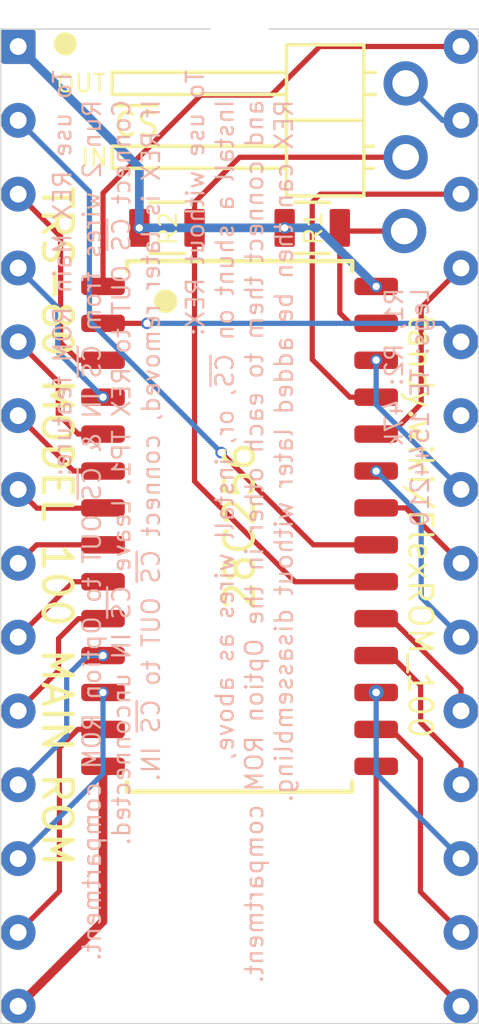
<source format=kicad_pcb>
(kicad_pcb (version 20171130) (host pcbnew 5.1.7-a382d34a8~87~ubuntu20.04.1)

  (general
    (thickness 1.6)
    (drawings 20)
    (tracks 118)
    (zones 0)
    (modules 6)
    (nets 30)
  )

  (page A4)
  (layers
    (0 F.Cu signal)
    (31 B.Cu signal)
    (32 B.Adhes user hide)
    (33 F.Adhes user hide)
    (34 B.Paste user hide)
    (35 F.Paste user hide)
    (36 B.SilkS user)
    (37 F.SilkS user)
    (38 B.Mask user)
    (39 F.Mask user)
    (40 Dwgs.User user hide)
    (41 Cmts.User user hide)
    (42 Eco1.User user hide)
    (43 Eco2.User user hide)
    (44 Edge.Cuts user)
    (45 Margin user hide)
    (46 B.CrtYd user hide)
    (47 F.CrtYd user hide)
    (48 B.Fab user hide)
    (49 F.Fab user hide)
  )

  (setup
    (last_trace_width 0.18)
    (user_trace_width 0.16)
    (user_trace_width 0.2)
    (user_trace_width 0.3)
    (trace_clearance 0.16)
    (zone_clearance 0.508)
    (zone_45_only no)
    (trace_min 0.16)
    (via_size 0.4)
    (via_drill 0.25)
    (via_min_size 0.4)
    (via_min_drill 0.25)
    (uvia_size 0.4)
    (uvia_drill 0.25)
    (uvias_allowed no)
    (uvia_min_size 0.4)
    (uvia_min_drill 0.25)
    (edge_width 0.05)
    (segment_width 0.2)
    (pcb_text_width 0.3)
    (pcb_text_size 1.5 1.5)
    (mod_edge_width 0.12)
    (mod_text_size 1 1)
    (mod_text_width 0.15)
    (pad_size 1.2 1.2)
    (pad_drill 0.58)
    (pad_to_mask_clearance 0)
    (aux_axis_origin 0 0)
    (grid_origin 150 100)
    (visible_elements FFFFFF7F)
    (pcbplotparams
      (layerselection 0x010fc_ffffffff)
      (usegerberextensions false)
      (usegerberattributes false)
      (usegerberadvancedattributes false)
      (creategerberjobfile false)
      (excludeedgelayer true)
      (linewidth 0.100000)
      (plotframeref false)
      (viasonmask false)
      (mode 1)
      (useauxorigin false)
      (hpglpennumber 1)
      (hpglpenspeed 20)
      (hpglpendiameter 15.000000)
      (psnegative false)
      (psa4output false)
      (plotreference true)
      (plotvalue true)
      (plotinvisibletext false)
      (padsonsilk false)
      (subtractmaskfromsilk false)
      (outputformat 1)
      (mirror false)
      (drillshape 1)
      (scaleselection 1)
      (outputdirectory ""))
  )

  (net 0 "")
  (net 1 /VCC)
  (net 2 /D3)
  (net 3 /A10)
  (net 4 /D4)
  (net 5 /A7)
  (net 6 /D5)
  (net 7 /A6)
  (net 8 /D6)
  (net 9 /A5)
  (net 10 /D7)
  (net 11 /A4)
  (net 12 /A11)
  (net 13 /A3)
  (net 14 /~OE)
  (net 15 /A2)
  (net 16 /A13)
  (net 17 /A1)
  (net 18 /A0)
  (net 19 /A12)
  (net 20 /D0)
  (net 21 /A9)
  (net 22 /D1)
  (net 23 /A8)
  (net 24 /D2)
  (net 25 /~CS_OUT)
  (net 26 /GND)
  (net 27 /A14)
  (net 28 /~CS_IN)
  (net 29 /~WE)

  (net_class Default "This is the default net class."
    (clearance 0.16)
    (trace_width 0.18)
    (via_dia 0.4)
    (via_drill 0.25)
    (uvia_dia 0.4)
    (uvia_drill 0.25)
    (add_net /A0)
    (add_net /A1)
    (add_net /A10)
    (add_net /A11)
    (add_net /A12)
    (add_net /A13)
    (add_net /A14)
    (add_net /A2)
    (add_net /A3)
    (add_net /A4)
    (add_net /A5)
    (add_net /A6)
    (add_net /A7)
    (add_net /A8)
    (add_net /A9)
    (add_net /D0)
    (add_net /D1)
    (add_net /D2)
    (add_net /D3)
    (add_net /D4)
    (add_net /D5)
    (add_net /D6)
    (add_net /D7)
    (add_net /GND)
    (add_net /VCC)
    (add_net /~CS_IN)
    (add_net /~CS_OUT)
    (add_net /~OE)
    (add_net /~WE)
  )

  (module 000_LOCAL:Pin_1x1_hole (layer F.Cu) (tedit 5F9F7C52) (tstamp 5F9FF2F9)
    (at 155.6642 89.84)
    (descr "Through hole angled pin header, 1x02, 2.54mm pitch, 6mm pin length, single row")
    (tags "Through hole angled pin header THT 1x02 2.54mm single row")
    (path /5FA33369)
    (fp_text reference J2 (at 0 -1.75) (layer F.SilkS) hide
      (effects (font (size 1 1) (thickness 0.15)))
    )
    (fp_text value ~WE~ (at 0 1.75) (layer F.Fab)
      (effects (font (size 1 1) (thickness 0.15)))
    )
    (fp_line (start -0.32 -0.32) (end -0.32 0.32) (layer F.Fab) (width 0.1))
    (pad 1 thru_hole circle (at 0 0) (size 1.524 1.524) (drill 0.9144) (layers *.Cu *.Mask)
      (net 29 /~WE))
  )

  (module 000_LOCAL:DIP28_0.6_pcb_sil_pins (layer F.Cu) (tedit 5E4383E0) (tstamp 5E369E74)
    (at 150 100)
    (descr "28-lead though-hole mounted DIP package, row spacing 15.24 mm (600 mils)")
    (tags "THT DIP DIL PDIP 2.54mm 15.24mm 600mil")
    (path /5E5C209E)
    (fp_text reference J1 (at -4.7 -16.35) (layer F.SilkS) hide
      (effects (font (size 1 1) (thickness 0.15)))
    )
    (fp_text value "LH535618 DIP LEGS" (at 0 18.84) (layer F.Fab)
      (effects (font (size 1 1) (thickness 0.15)))
    )
    (fp_line (start -8.22 -17.11) (end -8.22 17.11) (layer F.CrtYd) (width 0.01))
    (fp_line (start -8.22 17.11) (end 8.22 17.11) (layer F.CrtYd) (width 0.01))
    (fp_line (start 8.22 17.11) (end 8.22 -17.11) (layer F.CrtYd) (width 0.01))
    (fp_line (start 8.22 -17.11) (end -8.22 -17.11) (layer F.CrtYd) (width 0.01))
    (fp_text user %R (at 0.27 3.12) (layer F.Fab)
      (effects (font (size 1 1) (thickness 0.15)))
    )
    (pad "" np_thru_hole circle (at 0 -17.11) (size 2 2) (drill 2) (layers *.Cu *.Mask))
    (pad 1 thru_hole roundrect (at -7.62 -16.51) (size 1.2 1.2) (drill 0.58) (layers *.Cu *.Mask) (roundrect_rratio 0.1)
      (net 1 /VCC))
    (pad 15 thru_hole circle (at 7.62 16.51) (size 1.2 1.2) (drill 0.58) (layers *.Cu *.Mask)
      (net 2 /D3))
    (pad 2 thru_hole circle (at -7.62 -13.97) (size 1.2 1.2) (drill 0.58) (layers *.Cu *.Mask)
      (net 3 /A10))
    (pad 16 thru_hole circle (at 7.62 13.97) (size 1.2 1.2) (drill 0.58) (layers *.Cu *.Mask)
      (net 4 /D4))
    (pad 3 thru_hole circle (at -7.62 -11.43) (size 1.2 1.2) (drill 0.58) (layers *.Cu *.Mask)
      (net 5 /A7))
    (pad 17 thru_hole circle (at 7.62 11.43) (size 1.2 1.2) (drill 0.58) (layers *.Cu *.Mask)
      (net 6 /D5))
    (pad 4 thru_hole circle (at -7.62 -8.89) (size 1.2 1.2) (drill 0.58) (layers *.Cu *.Mask)
      (net 7 /A6))
    (pad 18 thru_hole circle (at 7.62 8.89) (size 1.2 1.2) (drill 0.58) (layers *.Cu *.Mask)
      (net 8 /D6))
    (pad 5 thru_hole circle (at -7.62 -6.35) (size 1.2 1.2) (drill 0.58) (layers *.Cu *.Mask)
      (net 9 /A5))
    (pad 19 thru_hole circle (at 7.62 6.35) (size 1.2 1.2) (drill 0.58) (layers *.Cu *.Mask)
      (net 10 /D7))
    (pad 6 thru_hole circle (at -7.62 -3.81) (size 1.2 1.2) (drill 0.58) (layers *.Cu *.Mask)
      (net 11 /A4))
    (pad 20 thru_hole circle (at 7.62 3.81) (size 1.2 1.2) (drill 0.58) (layers *.Cu *.Mask)
      (net 12 /A11))
    (pad 7 thru_hole circle (at -7.62 -1.27) (size 1.2 1.2) (drill 0.58) (layers *.Cu *.Mask)
      (net 13 /A3))
    (pad 21 thru_hole circle (at 7.62 1.27) (size 1.2 1.2) (drill 0.58) (layers *.Cu *.Mask)
      (net 14 /~OE))
    (pad 8 thru_hole circle (at -7.62 1.27) (size 1.2 1.2) (drill 0.58) (layers *.Cu *.Mask)
      (net 15 /A2))
    (pad 22 thru_hole circle (at 7.62 -1.27) (size 1.2 1.2) (drill 0.58) (layers *.Cu *.Mask)
      (net 16 /A13))
    (pad 9 thru_hole circle (at -7.62 3.81) (size 1.2 1.2) (drill 0.58) (layers *.Cu *.Mask)
      (net 17 /A1))
    (pad 23 thru_hole circle (at 7.62 -3.81) (size 1.2 1.2) (drill 0.58) (layers *.Cu *.Mask))
    (pad 10 thru_hole circle (at -7.62 6.35) (size 1.2 1.2) (drill 0.58) (layers *.Cu *.Mask)
      (net 18 /A0))
    (pad 24 thru_hole circle (at 7.62 -6.35) (size 1.2 1.2) (drill 0.58) (layers *.Cu *.Mask)
      (net 19 /A12))
    (pad 11 thru_hole circle (at -7.62 8.89) (size 1.2 1.2) (drill 0.58) (layers *.Cu *.Mask)
      (net 20 /D0))
    (pad 25 thru_hole circle (at 7.62 -8.89) (size 1.2 1.2) (drill 0.58) (layers *.Cu *.Mask)
      (net 21 /A9))
    (pad 12 thru_hole circle (at -7.62 11.43) (size 1.2 1.2) (drill 0.58) (layers *.Cu *.Mask)
      (net 22 /D1))
    (pad 26 thru_hole circle (at 7.62 -11.43) (size 1.2 1.2) (drill 0.58) (layers *.Cu *.Mask)
      (net 23 /A8))
    (pad 13 thru_hole circle (at -7.62 13.97) (size 1.2 1.2) (drill 0.58) (layers *.Cu *.Mask)
      (net 24 /D2))
    (pad 27 thru_hole circle (at 7.62 -13.97) (size 1.2 1.2) (drill 0.58) (layers *.Cu *.Mask)
      (net 25 /~CS_OUT))
    (pad 14 thru_hole circle (at -7.62 16.51) (size 1.2 1.2) (drill 0.58) (layers *.Cu *.Mask)
      (net 26 /GND))
    (pad 28 thru_hole circle (at 7.62 -16.51) (size 1.2 1.2) (drill 0.58) (layers *.Cu *.Mask)
      (net 27 /A14))
    (model ${KIPRJMOD}/000_LOCAL.pretty/packages3d/DIL_LEG.step
      (offset (xyz -7.62 16.51 0.18))
      (scale (xyz 1 1 1))
      (rotate (xyz 0 0 0))
    )
    (model ${KIPRJMOD}/000_LOCAL.pretty/packages3d/DIL_LEG.step
      (offset (xyz -7.62 13.97 0.18))
      (scale (xyz 1 1 1))
      (rotate (xyz 0 0 0))
    )
    (model ${KIPRJMOD}/000_LOCAL.pretty/packages3d/DIL_LEG.step
      (offset (xyz -7.62 11.43 0.18))
      (scale (xyz 1 1 1))
      (rotate (xyz 0 0 0))
    )
    (model ${KIPRJMOD}/000_LOCAL.pretty/packages3d/DIL_LEG.step
      (offset (xyz -7.62 8.890000000000001 0.18))
      (scale (xyz 1 1 1))
      (rotate (xyz 0 0 0))
    )
    (model ${KIPRJMOD}/000_LOCAL.pretty/packages3d/DIL_LEG.step
      (offset (xyz -7.62 6.35 0.18))
      (scale (xyz 1 1 1))
      (rotate (xyz 0 0 0))
    )
    (model ${KIPRJMOD}/000_LOCAL.pretty/packages3d/DIL_LEG.step
      (offset (xyz -7.62 3.81 0.18))
      (scale (xyz 1 1 1))
      (rotate (xyz 0 0 0))
    )
    (model ${KIPRJMOD}/000_LOCAL.pretty/packages3d/DIL_LEG.step
      (offset (xyz -7.62 1.27 0.18))
      (scale (xyz 1 1 1))
      (rotate (xyz 0 0 0))
    )
    (model ${KIPRJMOD}/000_LOCAL.pretty/packages3d/DIL_LEG.step
      (offset (xyz -7.62 -1.27 0.18))
      (scale (xyz 1 1 1))
      (rotate (xyz 0 0 0))
    )
    (model ${KIPRJMOD}/000_LOCAL.pretty/packages3d/DIL_LEG.step
      (offset (xyz -7.62 -3.81 0.18))
      (scale (xyz 1 1 1))
      (rotate (xyz 0 0 0))
    )
    (model ${KIPRJMOD}/000_LOCAL.pretty/packages3d/DIL_LEG.step
      (offset (xyz -7.62 -6.35 0.18))
      (scale (xyz 1 1 1))
      (rotate (xyz 0 0 0))
    )
    (model ${KIPRJMOD}/000_LOCAL.pretty/packages3d/DIL_LEG.step
      (offset (xyz -7.62 -8.890000000000001 0.18))
      (scale (xyz 1 1 1))
      (rotate (xyz 0 0 0))
    )
    (model ${KIPRJMOD}/000_LOCAL.pretty/packages3d/DIL_LEG.step
      (offset (xyz -7.62 -11.43 0.18))
      (scale (xyz 1 1 1))
      (rotate (xyz 0 0 0))
    )
    (model ${KIPRJMOD}/000_LOCAL.pretty/packages3d/DIL_LEG.step
      (offset (xyz -7.62 -13.97 0.18))
      (scale (xyz 1 1 1))
      (rotate (xyz 0 0 0))
    )
    (model ${KIPRJMOD}/000_LOCAL.pretty/packages3d/DIL_LEG.step
      (offset (xyz -7.62 -16.51 0.18))
      (scale (xyz 1 1 1))
      (rotate (xyz 0 0 0))
    )
    (model ${KIPRJMOD}/000_LOCAL.pretty/packages3d/DIL_LEG.step
      (offset (xyz 7.62 -16.51 0.18))
      (scale (xyz 1 1 1))
      (rotate (xyz 0 0 0))
    )
    (model ${KIPRJMOD}/000_LOCAL.pretty/packages3d/DIL_LEG.step
      (offset (xyz 7.62 -13.97 0.18))
      (scale (xyz 1 1 1))
      (rotate (xyz 0 0 0))
    )
    (model ${KIPRJMOD}/000_LOCAL.pretty/packages3d/DIL_LEG.step
      (offset (xyz 7.62 -11.43 0.18))
      (scale (xyz 1 1 1))
      (rotate (xyz 0 0 0))
    )
    (model ${KIPRJMOD}/000_LOCAL.pretty/packages3d/DIL_LEG.step
      (offset (xyz 7.62 -8.890000000000001 0.18))
      (scale (xyz 1 1 1))
      (rotate (xyz 0 0 0))
    )
    (model ${KIPRJMOD}/000_LOCAL.pretty/packages3d/DIL_LEG.step
      (offset (xyz 7.62 -6.35 0.18))
      (scale (xyz 1 1 1))
      (rotate (xyz 0 0 0))
    )
    (model ${KIPRJMOD}/000_LOCAL.pretty/packages3d/DIL_LEG.step
      (offset (xyz 7.62 -3.81 0.18))
      (scale (xyz 1 1 1))
      (rotate (xyz 0 0 0))
    )
    (model ${KIPRJMOD}/000_LOCAL.pretty/packages3d/DIL_LEG.step
      (offset (xyz 7.62 -1.27 0.18))
      (scale (xyz 1 1 1))
      (rotate (xyz 0 0 0))
    )
    (model ${KIPRJMOD}/000_LOCAL.pretty/packages3d/DIL_LEG.step
      (offset (xyz 7.62 1.27 0.18))
      (scale (xyz 1 1 1))
      (rotate (xyz 0 0 0))
    )
    (model ${KIPRJMOD}/000_LOCAL.pretty/packages3d/DIL_LEG.step
      (offset (xyz 7.62 3.81 0.18))
      (scale (xyz 1 1 1))
      (rotate (xyz 0 0 0))
    )
    (model ${KIPRJMOD}/000_LOCAL.pretty/packages3d/DIL_LEG.step
      (offset (xyz 7.62 6.35 0.18))
      (scale (xyz 1 1 1))
      (rotate (xyz 0 0 0))
    )
    (model ${KIPRJMOD}/000_LOCAL.pretty/packages3d/DIL_LEG.step
      (offset (xyz 7.62 8.890000000000001 0.18))
      (scale (xyz 1 1 1))
      (rotate (xyz 0 0 0))
    )
    (model ${KIPRJMOD}/000_LOCAL.pretty/packages3d/DIL_LEG.step
      (offset (xyz 7.62 11.43 0.18))
      (scale (xyz 1 1 1))
      (rotate (xyz 0 0 0))
    )
    (model ${KIPRJMOD}/000_LOCAL.pretty/packages3d/DIL_LEG.step
      (offset (xyz 7.62 13.97 0.18))
      (scale (xyz 1 1 1))
      (rotate (xyz 0 0 0))
    )
    (model ${KIPRJMOD}/000_LOCAL.pretty/packages3d/DIL_LEG.step
      (offset (xyz 7.62 16.51 0.18))
      (scale (xyz 1 1 1))
      (rotate (xyz 0 0 0))
    )
  )

  (module 000_LOCAL:Pin_Header_Angled_1x02_Pitch2.54mm (layer F.Cu) (tedit 5F9E6982) (tstamp 5E4387A7)
    (at 155.715 87.3 180)
    (descr "Through hole angled pin header, 1x02, 2.54mm pitch, 6mm pin length, single row")
    (tags "Through hole angled pin header THT 1x02 2.54mm single row")
    (path /5E68B8A2)
    (fp_text reference JP1 (at 4.385 -2.27 180) (layer F.SilkS) hide
      (effects (font (size 1 1) (thickness 0.15)))
    )
    (fp_text value "~CS~ breakout (REX TP1)" (at 4.385 4.81 180) (layer F.Fab)
      (effects (font (size 1 1) (thickness 0.15)))
    )
    (fp_line (start 2.135 -1.27) (end 4.04 -1.27) (layer F.Fab) (width 0.1))
    (fp_line (start 4.04 -1.27) (end 4.04 3.81) (layer F.Fab) (width 0.1))
    (fp_line (start 4.04 3.81) (end 1.5 3.81) (layer F.Fab) (width 0.1))
    (fp_line (start 1.5 3.81) (end 1.5 -0.635) (layer F.Fab) (width 0.1))
    (fp_line (start 1.5 -0.635) (end 2.135 -1.27) (layer F.Fab) (width 0.1))
    (fp_line (start -0.32 -0.32) (end 1.5 -0.32) (layer F.Fab) (width 0.1))
    (fp_line (start -0.32 -0.32) (end -0.32 0.32) (layer F.Fab) (width 0.1))
    (fp_line (start -0.32 0.32) (end 1.5 0.32) (layer F.Fab) (width 0.1))
    (fp_line (start 4.04 -0.32) (end 10.04 -0.32) (layer F.Fab) (width 0.1))
    (fp_line (start 10.04 -0.32) (end 10.04 0.32) (layer F.Fab) (width 0.1))
    (fp_line (start 4.04 0.32) (end 10.04 0.32) (layer F.Fab) (width 0.1))
    (fp_line (start -0.32 2.22) (end 1.5 2.22) (layer F.Fab) (width 0.1))
    (fp_line (start -0.32 2.22) (end -0.32 2.86) (layer F.Fab) (width 0.1))
    (fp_line (start -0.32 2.86) (end 1.5 2.86) (layer F.Fab) (width 0.1))
    (fp_line (start 4.04 2.22) (end 10.04 2.22) (layer F.Fab) (width 0.1))
    (fp_line (start 10.04 2.22) (end 10.04 2.86) (layer F.Fab) (width 0.1))
    (fp_line (start 4.04 2.86) (end 10.04 2.86) (layer F.Fab) (width 0.1))
    (fp_line (start 1.44 -1.33) (end 1.44 3.87) (layer F.SilkS) (width 0.12))
    (fp_line (start 1.44 3.87) (end 4.1 3.87) (layer F.SilkS) (width 0.12))
    (fp_line (start 4.1 3.87) (end 4.1 -1.33) (layer F.SilkS) (width 0.12))
    (fp_line (start 4.1 -1.33) (end 1.44 -1.33) (layer F.SilkS) (width 0.12))
    (fp_line (start 4.1 -0.38) (end 10.1 -0.38) (layer F.SilkS) (width 0.12))
    (fp_line (start 10.1 -0.38) (end 10.1 0.38) (layer F.SilkS) (width 0.12))
    (fp_line (start 10.1 0.38) (end 4.1 0.38) (layer F.SilkS) (width 0.12))
    (fp_line (start 1.11 -0.38) (end 1.44 -0.38) (layer F.SilkS) (width 0.12))
    (fp_line (start 1.11 0.38) (end 1.44 0.38) (layer F.SilkS) (width 0.12))
    (fp_line (start 1.44 1.27) (end 4.1 1.27) (layer F.SilkS) (width 0.12))
    (fp_line (start 4.1 2.16) (end 10.1 2.16) (layer F.SilkS) (width 0.12))
    (fp_line (start 10.1 2.16) (end 10.1 2.92) (layer F.SilkS) (width 0.12))
    (fp_line (start 10.1 2.92) (end 4.1 2.92) (layer F.SilkS) (width 0.12))
    (fp_line (start 1.042929 2.16) (end 1.44 2.16) (layer F.SilkS) (width 0.12))
    (fp_line (start 1.042929 2.92) (end 1.44 2.92) (layer F.SilkS) (width 0.12))
    (fp_line (start -1.8 -1.8) (end -1.8 4.35) (layer F.CrtYd) (width 0.05))
    (fp_line (start -1.8 4.35) (end 10.55 4.35) (layer F.CrtYd) (width 0.05))
    (fp_line (start 10.55 4.35) (end 10.55 -1.8) (layer F.CrtYd) (width 0.05))
    (fp_line (start 10.55 -1.8) (end -1.8 -1.8) (layer F.CrtYd) (width 0.05))
    (fp_text user %R (at 2.77 1.27 270) (layer F.Fab)
      (effects (font (size 1 1) (thickness 0.15)))
    )
    (pad 1 thru_hole circle (at 0 0 180) (size 1.524 1.524) (drill 0.9144) (layers *.Cu *.Mask)
      (net 28 /~CS_IN))
    (pad 2 thru_hole circle (at 0 2.54 180) (size 1.524 1.524) (drill 0.9144) (layers *.Cu *.Mask)
      (net 25 /~CS_OUT))
    (model ${KIPRJMOD}/000_LOCAL.pretty/packages3d/PinHeader_1x02_P2.54mm_Horizontal.step
      (at (xyz 0 0 0))
      (scale (xyz 1 1 1))
      (rotate (xyz 0 0 0))
    )
  )

  (module 000_LOCAL:R_0805 (layer F.Cu) (tedit 5F9E65BE) (tstamp 5E23DBB2)
    (at 152.5 89.73 180)
    (descr "Resistor SMD 0805, reflow soldering, Vishay (see dcrcw.pdf)")
    (tags "resistor 0805")
    (path /5E6B3AF8)
    (attr smd)
    (fp_text reference R1 (at -0.04 -0.01 270) (layer F.SilkS)
      (effects (font (size 0.6 0.6) (thickness 0.08)))
    )
    (fp_text value 47K (at 0 1.75) (layer F.Fab) hide
      (effects (font (size 1 1) (thickness 0.15)))
    )
    (fp_line (start -1 0.62) (end -1 -0.62) (layer F.Fab) (width 0.1))
    (fp_line (start 1 0.62) (end -1 0.62) (layer F.Fab) (width 0.1))
    (fp_line (start 1 -0.62) (end 1 0.62) (layer F.Fab) (width 0.1))
    (fp_line (start -1 -0.62) (end 1 -0.62) (layer F.Fab) (width 0.1))
    (fp_line (start 0.6 0.88) (end -0.6 0.88) (layer F.SilkS) (width 0.12))
    (fp_line (start -0.6 -0.88) (end 0.6 -0.88) (layer F.SilkS) (width 0.12))
    (fp_line (start -1.55 -0.9) (end 1.55 -0.9) (layer F.CrtYd) (width 0.05))
    (fp_line (start -1.55 -0.9) (end -1.55 0.9) (layer F.CrtYd) (width 0.05))
    (fp_line (start 1.55 0.9) (end 1.55 -0.9) (layer F.CrtYd) (width 0.05))
    (fp_line (start 1.55 0.9) (end -1.55 0.9) (layer F.CrtYd) (width 0.05))
    (fp_text user %R (at 0 0) (layer F.Fab) hide
      (effects (font (size 0.5 0.5) (thickness 0.075)))
    )
    (pad 1 smd roundrect (at -0.95 0 180) (size 0.7 1.3) (layers F.Cu F.Paste F.Mask) (roundrect_rratio 0.1)
      (net 29 /~WE))
    (pad 2 smd roundrect (at 0.95 0 180) (size 0.7 1.3) (layers F.Cu F.Paste F.Mask) (roundrect_rratio 0.1)
      (net 1 /VCC))
    (model ${KIPRJMOD}/000_LOCAL.pretty/packages3d/R_0805_2012Metric.step
      (at (xyz 0 0 0))
      (scale (xyz 1 1 1))
      (rotate (xyz 0 0 0))
    )
  )

  (module 000_LOCAL:R_0805 (layer F.Cu) (tedit 5F9E65BE) (tstamp 5E34A4C4)
    (at 147.5 89.73 180)
    (descr "Resistor SMD 0805, reflow soldering, Vishay (see dcrcw.pdf)")
    (tags "resistor 0805")
    (path /5E68C7F8)
    (attr smd)
    (fp_text reference R2 (at -0.04 -0.02 270) (layer F.SilkS)
      (effects (font (size 0.6 0.6) (thickness 0.08)))
    )
    (fp_text value 47K (at 0 1.75) (layer F.Fab)
      (effects (font (size 1 1) (thickness 0.15)))
    )
    (fp_line (start -1 0.62) (end -1 -0.62) (layer F.Fab) (width 0.1))
    (fp_line (start 1 0.62) (end -1 0.62) (layer F.Fab) (width 0.1))
    (fp_line (start 1 -0.62) (end 1 0.62) (layer F.Fab) (width 0.1))
    (fp_line (start -1 -0.62) (end 1 -0.62) (layer F.Fab) (width 0.1))
    (fp_line (start 0.6 0.88) (end -0.6 0.88) (layer F.SilkS) (width 0.12))
    (fp_line (start -0.6 -0.88) (end 0.6 -0.88) (layer F.SilkS) (width 0.12))
    (fp_line (start -1.55 -0.9) (end 1.55 -0.9) (layer F.CrtYd) (width 0.05))
    (fp_line (start -1.55 -0.9) (end -1.55 0.9) (layer F.CrtYd) (width 0.05))
    (fp_line (start 1.55 0.9) (end 1.55 -0.9) (layer F.CrtYd) (width 0.05))
    (fp_line (start 1.55 0.9) (end -1.55 0.9) (layer F.CrtYd) (width 0.05))
    (fp_text user %R (at 0 0) (layer F.Fab)
      (effects (font (size 0.5 0.5) (thickness 0.075)))
    )
    (pad 1 smd roundrect (at -0.95 0 180) (size 0.7 1.3) (layers F.Cu F.Paste F.Mask) (roundrect_rratio 0.1)
      (net 28 /~CS_IN))
    (pad 2 smd roundrect (at 0.95 0 180) (size 0.7 1.3) (layers F.Cu F.Paste F.Mask) (roundrect_rratio 0.1)
      (net 1 /VCC))
    (model ${KIPRJMOD}/000_LOCAL.pretty/packages3d/R_0805_2012Metric.step
      (at (xyz 0 0 0))
      (scale (xyz 1 1 1))
      (rotate (xyz 0 0 0))
    )
  )

  (module 000_LOCAL:SOIC28W (layer F.Cu) (tedit 5E621A1B) (tstamp 5E238CDF)
    (at 150 100)
    (descr "28-Lead Plastic Small Outline (SO) - Wide, 7.50 mm Body [SOIC] (see Microchip Packaging Specification 00000049BS.pdf)")
    (tags "SOIC 1.27")
    (path /5E5B130A)
    (attr smd)
    (fp_text reference U1 (at 0 -10.05) (layer F.SilkS) hide
      (effects (font (size 1 1) (thickness 0.15)))
    )
    (fp_text value 28C256 (at -0.0003 -0.0002 -90) (layer F.SilkS)
      (effects (font (size 1 1) (thickness 0.15)))
    )
    (fp_circle (center -2.54 -7.747) (end -2.3368 -7.747) (layer F.SilkS) (width 0.4064))
    (fp_line (start -2.75 -8.95) (end 3.75 -8.95) (layer F.Fab) (width 0.15))
    (fp_line (start 3.75 -8.95) (end 3.75 8.95) (layer F.Fab) (width 0.15))
    (fp_line (start 3.75 8.95) (end -3.75 8.95) (layer F.Fab) (width 0.15))
    (fp_line (start -3.75 8.95) (end -3.75 -7.95) (layer F.Fab) (width 0.15))
    (fp_line (start -3.75 -7.95) (end -2.75 -8.95) (layer F.Fab) (width 0.15))
    (fp_line (start -5.95 -9.3) (end -5.95 9.3) (layer F.CrtYd) (width 0.05))
    (fp_line (start 5.95 -9.3) (end 5.95 9.3) (layer F.CrtYd) (width 0.05))
    (fp_line (start -5.95 -9.3) (end 5.95 -9.3) (layer F.CrtYd) (width 0.05))
    (fp_line (start -5.95 9.3) (end 5.95 9.3) (layer F.CrtYd) (width 0.05))
    (fp_line (start -3.875 -9.125) (end -3.875 -8.78) (layer F.SilkS) (width 0.15))
    (fp_line (start 3.875 -9.125) (end 3.875 -8.78) (layer F.SilkS) (width 0.15))
    (fp_line (start 3.875 9.125) (end 3.875 8.78) (layer F.SilkS) (width 0.15))
    (fp_line (start -3.875 9.125) (end -3.875 8.78) (layer F.SilkS) (width 0.15))
    (fp_line (start -3.875 -9.125) (end 3.875 -9.125) (layer F.SilkS) (width 0.15))
    (fp_line (start -3.875 9.125) (end 3.875 9.125) (layer F.SilkS) (width 0.15))
    (fp_text user %R (at -0.01 1.61) (layer F.Fab)
      (effects (font (size 1 1) (thickness 0.15)))
    )
    (pad 28 smd roundrect (at 4.7 -8.255) (size 1.5 0.6) (layers F.Cu F.Paste F.Mask) (roundrect_rratio 0.25)
      (net 1 /VCC))
    (pad 27 smd roundrect (at 4.7 -6.985) (size 1.5 0.6) (layers F.Cu F.Paste F.Mask) (roundrect_rratio 0.25)
      (net 29 /~WE))
    (pad 26 smd roundrect (at 4.7 -5.715) (size 1.5 0.6) (layers F.Cu F.Paste F.Mask) (roundrect_rratio 0.25)
      (net 16 /A13))
    (pad 25 smd roundrect (at 4.7 -4.445) (size 1.5 0.6) (layers F.Cu F.Paste F.Mask) (roundrect_rratio 0.25)
      (net 23 /A8))
    (pad 24 smd roundrect (at 4.7 -3.175) (size 1.5 0.6) (layers F.Cu F.Paste F.Mask) (roundrect_rratio 0.25)
      (net 21 /A9))
    (pad 23 smd roundrect (at 4.7 -1.905) (size 1.5 0.6) (layers F.Cu F.Paste F.Mask) (roundrect_rratio 0.25)
      (net 12 /A11))
    (pad 22 smd roundrect (at 4.7 -0.635) (size 1.5 0.6) (layers F.Cu F.Paste F.Mask) (roundrect_rratio 0.25)
      (net 14 /~OE))
    (pad 21 smd roundrect (at 4.7 0.635) (size 1.5 0.6) (layers F.Cu F.Paste F.Mask) (roundrect_rratio 0.25)
      (net 3 /A10))
    (pad 20 smd roundrect (at 4.7 1.905) (size 1.5 0.6) (layers F.Cu F.Paste F.Mask) (roundrect_rratio 0.25)
      (net 28 /~CS_IN))
    (pad 19 smd roundrect (at 4.7 3.175) (size 1.5 0.6) (layers F.Cu F.Paste F.Mask) (roundrect_rratio 0.25)
      (net 10 /D7))
    (pad 18 smd roundrect (at 4.7 4.445) (size 1.5 0.6) (layers F.Cu F.Paste F.Mask) (roundrect_rratio 0.25)
      (net 8 /D6))
    (pad 17 smd roundrect (at 4.7 5.715) (size 1.5 0.6) (layers F.Cu F.Paste F.Mask) (roundrect_rratio 0.25)
      (net 6 /D5))
    (pad 16 smd roundrect (at 4.7 6.985) (size 1.5 0.6) (layers F.Cu F.Paste F.Mask) (roundrect_rratio 0.25)
      (net 4 /D4))
    (pad 15 smd roundrect (at 4.7 8.255) (size 1.5 0.6) (layers F.Cu F.Paste F.Mask) (roundrect_rratio 0.25)
      (net 2 /D3))
    (pad 14 smd roundrect (at -4.7 8.255) (size 1.5 0.6) (layers F.Cu F.Paste F.Mask) (roundrect_rratio 0.25)
      (net 26 /GND))
    (pad 13 smd roundrect (at -4.7 6.985) (size 1.5 0.6) (layers F.Cu F.Paste F.Mask) (roundrect_rratio 0.25)
      (net 24 /D2))
    (pad 12 smd roundrect (at -4.7 5.715) (size 1.5 0.6) (layers F.Cu F.Paste F.Mask) (roundrect_rratio 0.25)
      (net 22 /D1))
    (pad 11 smd roundrect (at -4.7 4.445) (size 1.5 0.6) (layers F.Cu F.Paste F.Mask) (roundrect_rratio 0.25)
      (net 20 /D0))
    (pad 10 smd roundrect (at -4.7 3.175) (size 1.5 0.6) (layers F.Cu F.Paste F.Mask) (roundrect_rratio 0.25)
      (net 18 /A0))
    (pad 9 smd roundrect (at -4.7 1.905) (size 1.5 0.6) (layers F.Cu F.Paste F.Mask) (roundrect_rratio 0.25)
      (net 17 /A1))
    (pad 8 smd roundrect (at -4.7 0.635) (size 1.5 0.6) (layers F.Cu F.Paste F.Mask) (roundrect_rratio 0.25)
      (net 15 /A2))
    (pad 7 smd roundrect (at -4.7 -0.635) (size 1.5 0.6) (layers F.Cu F.Paste F.Mask) (roundrect_rratio 0.25)
      (net 13 /A3))
    (pad 6 smd roundrect (at -4.7 -1.905) (size 1.5 0.6) (layers F.Cu F.Paste F.Mask) (roundrect_rratio 0.25)
      (net 11 /A4))
    (pad 5 smd roundrect (at -4.7 -3.175) (size 1.5 0.6) (layers F.Cu F.Paste F.Mask) (roundrect_rratio 0.25)
      (net 9 /A5))
    (pad 4 smd roundrect (at -4.7 -4.445) (size 1.5 0.6) (layers F.Cu F.Paste F.Mask) (roundrect_rratio 0.25)
      (net 7 /A6))
    (pad 3 smd roundrect (at -4.7 -5.715) (size 1.5 0.6) (layers F.Cu F.Paste F.Mask) (roundrect_rratio 0.25)
      (net 5 /A7))
    (pad 2 smd roundrect (at -4.7 -6.985) (size 1.5 0.6) (layers F.Cu F.Paste F.Mask) (roundrect_rratio 0.25)
      (net 19 /A12))
    (pad 1 smd roundrect (at -4.7 -8.255) (size 1.5 0.6) (layers F.Cu F.Paste F.Mask) (roundrect_rratio 0.25)
      (net 27 /A14))
    (model ${KIPRJMOD}/000_LOCAL.pretty/packages3d/SOIC28W.step
      (at (xyz 0 0 0))
      (scale (xyz 1 1 1))
      (rotate (xyz 0 0 0))
    )
  )

  (gr_text tandy.wiki/FlexROM_100 (at 156.223 100 -90) (layer F.SilkS) (tstamp 5E438E65)
    (effects (font (size 0.8 0.8) (thickness 0.1)))
  )
  (gr_line (start 141.78 117.11) (end 141.78 82.89) (layer Edge.Cuts) (width 0.05) (tstamp 5E36F1C6))
  (gr_line (start 158.22 82.89) (end 158.22 117.11) (layer Edge.Cuts) (width 0.05) (tstamp 5E36F1C5))
  (gr_line (start 141.78 82.89) (end 158.22 82.89) (layer Edge.Cuts) (width 0.05))
  (gr_line (start 141.78 117.11) (end 158.22 117.11) (layer Edge.Cuts) (width 0.05))
  (gr_text "R1, R2: 47k" (at 155.321 91.745 90) (layer B.SilkS) (tstamp 5E369BB7)
    (effects (font (size 0.6 0.6) (thickness 0.08)) (justify left mirror))
  )
  (gr_text "REX can then be added later without disassembling." (at 151.524 85.268 90) (layer B.SilkS) (tstamp 5E35263D)
    (effects (font (size 0.6 0.6) (thickness 0.08)) (justify left mirror))
  )
  (gr_text "and connect them to each other in the Option ROM compartment." (at 150.508 85.268 90) (layer B.SilkS) (tstamp 5E352281)
    (effects (font (size 0.6 0.6) (thickness 0.08)) (justify left mirror))
  )
  (gr_text "Install a shunt on ~CS~, or, install wires as above," (at 149.492 85.268 90) (layer B.SilkS) (tstamp 5E35238C)
    (effects (font (size 0.6 0.6) (thickness 0.08)) (justify left mirror))
  )
  (gr_text "If REX is later removed, connect ~CS~ OUT to ~CS~ IN." (at 146.952 85.268 90) (layer B.SilkS) (tstamp 5E36A37A)
    (effects (font (size 0.6 0.6) (thickness 0.08)) (justify left mirror))
  )
  (gr_text "Connect ~CS~ OUT to REX TP1. Leave ~CS~ IN unconnected." (at 145.936 85.268 90) (layer B.SilkS) (tstamp 5E36A37D)
    (effects (font (size 0.6 0.6) (thickness 0.08)) (justify left mirror))
  )
  (gr_text "Run 2 wires from ~CS~ IN & ~CS~ OUT to Option ROM compartment." (at 144.92 85.268 90) (layer B.SilkS) (tstamp 5E36A2F9)
    (effects (font (size 0.6 0.6) (thickness 0.08)) (justify left mirror))
  )
  (gr_text "To use without REX:" (at 148.476 84.252 90) (layer B.SilkS) (tstamp 5E351697)
    (effects (font (size 0.6 0.6) (thickness 0.08)) (justify left mirror))
  )
  (gr_text "To use REX Main ROM feature:" (at 143.904 84.252 90) (layer B.SilkS) (tstamp 5E36A380)
    (effects (font (size 0.6 0.6) (thickness 0.08)) (justify left mirror))
  )
  (gr_text "TRS-80 MODEL 100 MAIN ROM" (at 143.7135 100 -90) (layer F.SilkS) (tstamp 5E350D14)
    (effects (font (size 1 1) (thickness 0.15)))
  )
  (gr_text ~CS (at 146.4564 86.1822) (layer F.SilkS) (tstamp 5E34C224)
    (effects (font (size 0.8 0.8) (thickness 0.12)))
  )
  (gr_circle (center 144 83.4) (end 144.2 83.4) (layer F.SilkS) (width 0.4))
  (gr_text OUT (at 144.5514 84.7598) (layer F.SilkS) (tstamp 5E25583B)
    (effects (font (size 0.6 0.6) (thickness 0.08)))
  )
  (gr_text IN (at 145.0086 87.2998) (layer F.SilkS) (tstamp 5E2556CF)
    (effects (font (size 0.6 0.6) (thickness 0.08)))
  )
  (gr_text "Legs: TE 1544210" (at 156.21 91.745 90) (layer B.SilkS) (tstamp 5E253AF7)
    (effects (font (size 0.6 0.6) (thickness 0.08)) (justify left mirror))
  )

  (segment (start 154.7 91.745) (end 154.7 91.745) (width 0.18) (layer F.Cu) (net 1))
  (via (at 154.7 91.745) (size 0.4) (drill 0.25) (layers F.Cu B.Cu) (net 1))
  (segment (start 146.55 89.73) (end 146.55 89.73) (width 0.4) (layer F.Cu) (net 1))
  (via (at 146.55 89.73) (size 0.4) (drill 0.25) (layers F.Cu B.Cu) (net 1))
  (segment (start 151.55 89.73) (end 151.55 89.73) (width 0.4) (layer F.Cu) (net 1))
  (via (at 151.55 89.73) (size 0.4) (drill 0.25) (layers F.Cu B.Cu) (net 1))
  (segment (start 146.55 89.73) (end 151.55 89.73) (width 0.3) (layer B.Cu) (net 1))
  (segment (start 152.685 89.73) (end 154.7 91.745) (width 0.3) (layer B.Cu) (net 1))
  (segment (start 151.55 89.73) (end 152.685 89.73) (width 0.3) (layer B.Cu) (net 1))
  (segment (start 146.55 87.66) (end 142.38 83.49) (width 0.3) (layer B.Cu) (net 1))
  (segment (start 146.55 89.73) (end 146.55 87.66) (width 0.3) (layer B.Cu) (net 1))
  (segment (start 154.7 113.59) (end 154.7 108.255) (width 0.18) (layer F.Cu) (net 2))
  (segment (start 157.62 116.51) (end 154.7 113.59) (width 0.18) (layer F.Cu) (net 2))
  (segment (start 154.7 100.635) (end 152.54 100.635) (width 0.18) (layer F.Cu) (net 3))
  (segment (start 152.54 100.635) (end 149.365 97.46) (width 0.18) (layer F.Cu) (net 3))
  (via (at 149.365 97.46) (size 0.4) (drill 0.25) (layers F.Cu B.Cu) (net 3))
  (segment (start 144.8308 88.4808) (end 142.38 86.03) (width 0.18) (layer B.Cu) (net 3))
  (segment (start 144.8308 92.9258) (end 144.8308 88.4808) (width 0.18) (layer B.Cu) (net 3))
  (segment (start 149.365 97.46) (end 144.8308 92.9258) (width 0.18) (layer B.Cu) (net 3))
  (segment (start 156.223 112.573) (end 157.62 113.97) (width 0.18) (layer F.Cu) (net 4))
  (segment (start 156.223 108.001) (end 156.223 112.573) (width 0.18) (layer F.Cu) (net 4))
  (segment (start 155.207 106.985) (end 156.223 108.001) (width 0.18) (layer F.Cu) (net 4))
  (segment (start 154.7 106.985) (end 155.207 106.985) (width 0.18) (layer F.Cu) (net 4))
  (segment (start 143.84 90.03) (end 142.38 88.57) (width 0.18) (layer F.Cu) (net 5))
  (segment (start 145.3 94.285) (end 144.445 94.285) (width 0.18) (layer F.Cu) (net 5))
  (segment (start 143.84 93.68) (end 143.84 90.03) (width 0.18) (layer F.Cu) (net 5))
  (segment (start 144.445 94.285) (end 143.84 93.68) (width 0.18) (layer F.Cu) (net 5))
  (segment (start 154.7 105.715) (end 154.7 105.715) (width 0.18) (layer F.Cu) (net 6) (tstamp 5E23E684))
  (via (at 154.7 105.715) (size 0.52) (drill 0.26) (layers F.Cu B.Cu) (net 6))
  (segment (start 154.7 108.51) (end 157.62 111.43) (width 0.18) (layer B.Cu) (net 6))
  (segment (start 154.7 105.715) (end 154.7 108.51) (width 0.18) (layer B.Cu) (net 6))
  (segment (start 145.3 95.555) (end 145.3 95.555) (width 0.18) (layer F.Cu) (net 7))
  (via (at 145.3 95.555) (size 0.4) (drill 0.25) (layers F.Cu B.Cu) (net 7))
  (segment (start 143.74 92.47) (end 142.38 91.11) (width 0.18) (layer B.Cu) (net 7))
  (segment (start 145.3 95.555) (end 143.74 93.995) (width 0.18) (layer B.Cu) (net 7))
  (segment (start 143.74 93.995) (end 143.74 92.47) (width 0.18) (layer B.Cu) (net 7))
  (segment (start 155.207 104.445) (end 154.7 104.445) (width 0.18) (layer F.Cu) (net 8))
  (segment (start 156.23 105.468) (end 155.207 104.445) (width 0.18) (layer F.Cu) (net 8))
  (segment (start 156.23 106.75) (end 156.23 105.468) (width 0.18) (layer F.Cu) (net 8))
  (segment (start 157.62 108.14) (end 156.23 106.75) (width 0.18) (layer F.Cu) (net 8))
  (segment (start 157.62 108.89) (end 157.62 108.14) (width 0.18) (layer F.Cu) (net 8))
  (segment (start 144.445 96.825) (end 145.3 96.825) (width 0.18) (layer F.Cu) (net 9))
  (segment (start 143.76 96.14) (end 144.445 96.825) (width 0.18) (layer F.Cu) (net 9))
  (segment (start 142.38 93.65) (end 143.76 95.03) (width 0.18) (layer F.Cu) (net 9))
  (segment (start 143.76 95.03) (end 143.76 96.14) (width 0.18) (layer F.Cu) (net 9))
  (segment (start 157.62 105.588) (end 157.62 106.35) (width 0.18) (layer F.Cu) (net 10))
  (segment (start 155.207 103.175) (end 157.62 105.588) (width 0.18) (layer F.Cu) (net 10))
  (segment (start 154.7 103.175) (end 155.207 103.175) (width 0.18) (layer F.Cu) (net 10))
  (segment (start 144.285 98.095) (end 145.3 98.095) (width 0.18) (layer F.Cu) (net 11))
  (segment (start 142.38 96.19) (end 144.285 98.095) (width 0.18) (layer F.Cu) (net 11))
  (via (at 154.7 98.1) (size 0.4) (drill 0.25) (layers F.Cu B.Cu) (net 12))
  (segment (start 156.25 99.65) (end 154.7 98.1) (width 0.18) (layer B.Cu) (net 12))
  (segment (start 156.25 102.44) (end 156.25 99.65) (width 0.18) (layer B.Cu) (net 12))
  (segment (start 157.62 103.81) (end 156.25 102.44) (width 0.18) (layer B.Cu) (net 12))
  (segment (start 145.29 99.375) (end 145.3 99.365) (width 0.18) (layer F.Cu) (net 13))
  (segment (start 142.38 98.73) (end 143.025 99.375) (width 0.18) (layer F.Cu) (net 13))
  (segment (start 143.025 99.375) (end 145.29 99.375) (width 0.18) (layer F.Cu) (net 13))
  (segment (start 155.715 99.365) (end 157.62 101.27) (width 0.18) (layer F.Cu) (net 14))
  (segment (start 154.7 99.365) (end 155.715 99.365) (width 0.18) (layer F.Cu) (net 14))
  (segment (start 143.015 100.635) (end 142.38 101.27) (width 0.18) (layer F.Cu) (net 15))
  (segment (start 145.3 100.635) (end 143.015 100.635) (width 0.18) (layer F.Cu) (net 15))
  (via (at 154.7 94.28) (size 0.4) (drill 0.25) (layers F.Cu B.Cu) (net 16))
  (segment (start 154.7 95.81) (end 157.62 98.73) (width 0.18) (layer B.Cu) (net 16))
  (segment (start 154.7 94.28) (end 154.7 95.81) (width 0.18) (layer B.Cu) (net 16))
  (segment (start 144.835 101.905) (end 145.3 101.905) (width 0.18) (layer F.Cu) (net 17))
  (segment (start 144.285 101.905) (end 142.38 103.81) (width 0.18) (layer F.Cu) (net 17))
  (segment (start 145.3 101.905) (end 144.285 101.905) (width 0.18) (layer F.Cu) (net 17))
  (segment (start 143.77 104.96) (end 142.38 106.35) (width 0.18) (layer F.Cu) (net 18))
  (segment (start 143.77 103.86) (end 143.77 104.96) (width 0.18) (layer F.Cu) (net 18))
  (segment (start 145.3 103.175) (end 144.455 103.175) (width 0.18) (layer F.Cu) (net 18))
  (segment (start 144.455 103.175) (end 143.77 103.86) (width 0.18) (layer F.Cu) (net 18))
  (segment (start 145.3 93.015) (end 146.8118 93.015) (width 0.18) (layer F.Cu) (net 19))
  (via (at 146.8118 93.015) (size 0.4) (drill 0.25) (layers F.Cu B.Cu) (net 19))
  (segment (start 156.985 93.015) (end 157.62 93.65) (width 0.18) (layer B.Cu) (net 19))
  (segment (start 146.8118 93.015) (end 156.985 93.015) (width 0.18) (layer B.Cu) (net 19))
  (segment (start 145.3 104.445) (end 145.3 104.445) (width 0.18) (layer F.Cu) (net 20))
  (via (at 145.3 104.445) (size 0.4) (drill 0.25) (layers F.Cu B.Cu) (net 20))
  (segment (start 144.05 107.22) (end 142.38 108.89) (width 0.18) (layer B.Cu) (net 20))
  (segment (start 144.05 105.1555) (end 144.05 107.22) (width 0.18) (layer B.Cu) (net 20))
  (segment (start 145.3 104.445) (end 144.7605 104.445) (width 0.18) (layer B.Cu) (net 20))
  (segment (start 144.7605 104.445) (end 144.05 105.1555) (width 0.18) (layer B.Cu) (net 20))
  (segment (start 156.25 92.48) (end 157.62 91.11) (width 0.18) (layer F.Cu) (net 21))
  (segment (start 156.25 95.782) (end 156.25 92.48) (width 0.18) (layer F.Cu) (net 21))
  (segment (start 155.207 96.825) (end 156.25 95.782) (width 0.18) (layer F.Cu) (net 21))
  (segment (start 154.7 96.825) (end 155.207 96.825) (width 0.18) (layer F.Cu) (net 21))
  (segment (start 145.3 105.715) (end 145.3 105.715) (width 0.18) (layer F.Cu) (net 22) (tstamp 5E23F312))
  (via (at 145.3 105.715) (size 0.4) (drill 0.25) (layers F.Cu B.Cu) (net 22))
  (segment (start 145.3 108.51) (end 145.3 105.715) (width 0.18) (layer B.Cu) (net 22))
  (segment (start 142.38 111.43) (end 145.3 108.51) (width 0.18) (layer B.Cu) (net 22))
  (segment (start 152.5 94.26) (end 152.5 88.85) (width 0.18) (layer F.Cu) (net 23))
  (segment (start 152.5 88.85) (end 152.78 88.57) (width 0.18) (layer F.Cu) (net 23))
  (segment (start 154.7 95.555) (end 153.795 95.555) (width 0.18) (layer F.Cu) (net 23))
  (segment (start 152.78 88.57) (end 157.62 88.57) (width 0.18) (layer F.Cu) (net 23))
  (segment (start 153.795 95.555) (end 152.5 94.26) (width 0.18) (layer F.Cu) (net 23))
  (segment (start 143.8 112.55) (end 142.38 113.97) (width 0.18) (layer F.Cu) (net 24))
  (segment (start 143.8 107.62) (end 143.8 112.55) (width 0.18) (layer F.Cu) (net 24))
  (segment (start 145.3 106.985) (end 144.435 106.985) (width 0.18) (layer F.Cu) (net 24))
  (segment (start 144.435 106.985) (end 143.8 107.62) (width 0.18) (layer F.Cu) (net 24))
  (segment (start 156.985 86.03) (end 157.62 86.03) (width 0.18) (layer B.Cu) (net 25))
  (segment (start 155.715 84.76) (end 156.985 86.03) (width 0.18) (layer B.Cu) (net 25))
  (segment (start 145.3 113.59) (end 142.38 116.51) (width 0.3) (layer F.Cu) (net 26))
  (segment (start 145.3 108.255) (end 145.3 113.59) (width 0.3) (layer F.Cu) (net 26))
  (segment (start 152.76 83.49) (end 157.62 83.49) (width 0.18) (layer F.Cu) (net 27))
  (segment (start 151.08888 85.16112) (end 152.76 83.49) (width 0.18) (layer F.Cu) (net 27))
  (segment (start 148.67128 85.16112) (end 151.08888 85.16112) (width 0.18) (layer F.Cu) (net 27))
  (segment (start 145.3 88.5324) (end 148.67128 85.16112) (width 0.18) (layer F.Cu) (net 27))
  (segment (start 145.3 91.745) (end 145.3 88.5324) (width 0.18) (layer F.Cu) (net 27))
  (segment (start 151.905 101.905) (end 154.7 101.905) (width 0.18) (layer F.Cu) (net 28))
  (segment (start 148.45 98.45) (end 151.905 101.905) (width 0.18) (layer F.Cu) (net 28))
  (segment (start 148.45 89.73) (end 148.45 98.45) (width 0.18) (layer F.Cu) (net 28))
  (segment (start 150 87.3) (end 148.45 88.85) (width 0.18) (layer F.Cu) (net 28))
  (segment (start 148.45 88.85) (end 148.45 89.73) (width 0.18) (layer F.Cu) (net 28))
  (segment (start 155.715 87.3) (end 150 87.3) (width 0.18) (layer F.Cu) (net 28))
  (segment (start 153.45 92.66) (end 153.45 89.73) (width 0.18) (layer F.Cu) (net 29))
  (segment (start 153.805 93.015) (end 153.45 92.66) (width 0.18) (layer F.Cu) (net 29))
  (segment (start 154.7 93.015) (end 153.805 93.015) (width 0.18) (layer F.Cu) (net 29))
  (segment (start 153.56 89.84) (end 153.45 89.73) (width 0.18) (layer F.Cu) (net 29))
  (segment (start 155.6642 89.84) (end 153.56 89.84) (width 0.18) (layer F.Cu) (net 29))

)

</source>
